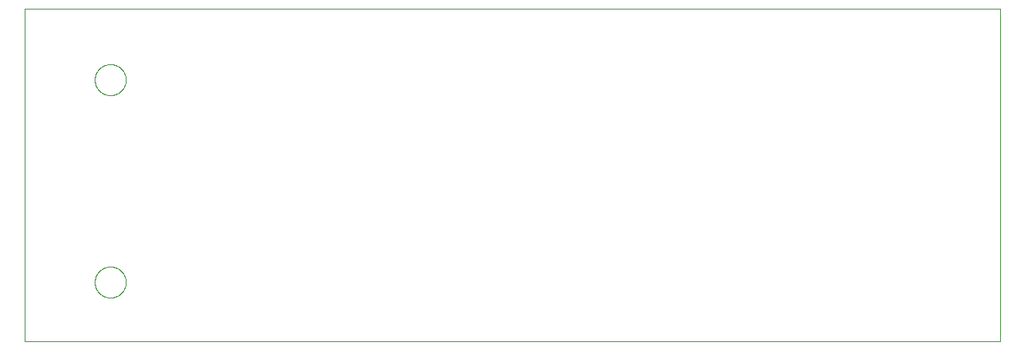
<source format=gko>
G75*
%MOIN*%
%OFA0B0*%
%FSLAX25Y25*%
%IPPOS*%
%LPD*%
%AMOC8*
5,1,8,0,0,1.08239X$1,22.5*
%
%ADD10C,0.00000*%
D10*
X0001000Y0001000D02*
X0001000Y0140961D01*
X0409701Y0140961D01*
X0409701Y0001000D01*
X0001000Y0001000D01*
X0030500Y0026000D02*
X0030502Y0026161D01*
X0030508Y0026321D01*
X0030518Y0026482D01*
X0030532Y0026642D01*
X0030550Y0026802D01*
X0030571Y0026961D01*
X0030597Y0027120D01*
X0030627Y0027278D01*
X0030660Y0027435D01*
X0030698Y0027592D01*
X0030739Y0027747D01*
X0030784Y0027901D01*
X0030833Y0028054D01*
X0030886Y0028206D01*
X0030942Y0028357D01*
X0031003Y0028506D01*
X0031066Y0028654D01*
X0031134Y0028800D01*
X0031205Y0028944D01*
X0031279Y0029086D01*
X0031357Y0029227D01*
X0031439Y0029365D01*
X0031524Y0029502D01*
X0031612Y0029636D01*
X0031704Y0029768D01*
X0031799Y0029898D01*
X0031897Y0030026D01*
X0031998Y0030151D01*
X0032102Y0030273D01*
X0032209Y0030393D01*
X0032319Y0030510D01*
X0032432Y0030625D01*
X0032548Y0030736D01*
X0032667Y0030845D01*
X0032788Y0030950D01*
X0032912Y0031053D01*
X0033038Y0031153D01*
X0033166Y0031249D01*
X0033297Y0031342D01*
X0033431Y0031432D01*
X0033566Y0031519D01*
X0033704Y0031602D01*
X0033843Y0031682D01*
X0033985Y0031758D01*
X0034128Y0031831D01*
X0034273Y0031900D01*
X0034420Y0031966D01*
X0034568Y0032028D01*
X0034718Y0032086D01*
X0034869Y0032141D01*
X0035022Y0032192D01*
X0035176Y0032239D01*
X0035331Y0032282D01*
X0035487Y0032321D01*
X0035643Y0032357D01*
X0035801Y0032388D01*
X0035959Y0032416D01*
X0036118Y0032440D01*
X0036278Y0032460D01*
X0036438Y0032476D01*
X0036598Y0032488D01*
X0036759Y0032496D01*
X0036920Y0032500D01*
X0037080Y0032500D01*
X0037241Y0032496D01*
X0037402Y0032488D01*
X0037562Y0032476D01*
X0037722Y0032460D01*
X0037882Y0032440D01*
X0038041Y0032416D01*
X0038199Y0032388D01*
X0038357Y0032357D01*
X0038513Y0032321D01*
X0038669Y0032282D01*
X0038824Y0032239D01*
X0038978Y0032192D01*
X0039131Y0032141D01*
X0039282Y0032086D01*
X0039432Y0032028D01*
X0039580Y0031966D01*
X0039727Y0031900D01*
X0039872Y0031831D01*
X0040015Y0031758D01*
X0040157Y0031682D01*
X0040296Y0031602D01*
X0040434Y0031519D01*
X0040569Y0031432D01*
X0040703Y0031342D01*
X0040834Y0031249D01*
X0040962Y0031153D01*
X0041088Y0031053D01*
X0041212Y0030950D01*
X0041333Y0030845D01*
X0041452Y0030736D01*
X0041568Y0030625D01*
X0041681Y0030510D01*
X0041791Y0030393D01*
X0041898Y0030273D01*
X0042002Y0030151D01*
X0042103Y0030026D01*
X0042201Y0029898D01*
X0042296Y0029768D01*
X0042388Y0029636D01*
X0042476Y0029502D01*
X0042561Y0029365D01*
X0042643Y0029227D01*
X0042721Y0029086D01*
X0042795Y0028944D01*
X0042866Y0028800D01*
X0042934Y0028654D01*
X0042997Y0028506D01*
X0043058Y0028357D01*
X0043114Y0028206D01*
X0043167Y0028054D01*
X0043216Y0027901D01*
X0043261Y0027747D01*
X0043302Y0027592D01*
X0043340Y0027435D01*
X0043373Y0027278D01*
X0043403Y0027120D01*
X0043429Y0026961D01*
X0043450Y0026802D01*
X0043468Y0026642D01*
X0043482Y0026482D01*
X0043492Y0026321D01*
X0043498Y0026161D01*
X0043500Y0026000D01*
X0043498Y0025839D01*
X0043492Y0025679D01*
X0043482Y0025518D01*
X0043468Y0025358D01*
X0043450Y0025198D01*
X0043429Y0025039D01*
X0043403Y0024880D01*
X0043373Y0024722D01*
X0043340Y0024565D01*
X0043302Y0024408D01*
X0043261Y0024253D01*
X0043216Y0024099D01*
X0043167Y0023946D01*
X0043114Y0023794D01*
X0043058Y0023643D01*
X0042997Y0023494D01*
X0042934Y0023346D01*
X0042866Y0023200D01*
X0042795Y0023056D01*
X0042721Y0022914D01*
X0042643Y0022773D01*
X0042561Y0022635D01*
X0042476Y0022498D01*
X0042388Y0022364D01*
X0042296Y0022232D01*
X0042201Y0022102D01*
X0042103Y0021974D01*
X0042002Y0021849D01*
X0041898Y0021727D01*
X0041791Y0021607D01*
X0041681Y0021490D01*
X0041568Y0021375D01*
X0041452Y0021264D01*
X0041333Y0021155D01*
X0041212Y0021050D01*
X0041088Y0020947D01*
X0040962Y0020847D01*
X0040834Y0020751D01*
X0040703Y0020658D01*
X0040569Y0020568D01*
X0040434Y0020481D01*
X0040296Y0020398D01*
X0040157Y0020318D01*
X0040015Y0020242D01*
X0039872Y0020169D01*
X0039727Y0020100D01*
X0039580Y0020034D01*
X0039432Y0019972D01*
X0039282Y0019914D01*
X0039131Y0019859D01*
X0038978Y0019808D01*
X0038824Y0019761D01*
X0038669Y0019718D01*
X0038513Y0019679D01*
X0038357Y0019643D01*
X0038199Y0019612D01*
X0038041Y0019584D01*
X0037882Y0019560D01*
X0037722Y0019540D01*
X0037562Y0019524D01*
X0037402Y0019512D01*
X0037241Y0019504D01*
X0037080Y0019500D01*
X0036920Y0019500D01*
X0036759Y0019504D01*
X0036598Y0019512D01*
X0036438Y0019524D01*
X0036278Y0019540D01*
X0036118Y0019560D01*
X0035959Y0019584D01*
X0035801Y0019612D01*
X0035643Y0019643D01*
X0035487Y0019679D01*
X0035331Y0019718D01*
X0035176Y0019761D01*
X0035022Y0019808D01*
X0034869Y0019859D01*
X0034718Y0019914D01*
X0034568Y0019972D01*
X0034420Y0020034D01*
X0034273Y0020100D01*
X0034128Y0020169D01*
X0033985Y0020242D01*
X0033843Y0020318D01*
X0033704Y0020398D01*
X0033566Y0020481D01*
X0033431Y0020568D01*
X0033297Y0020658D01*
X0033166Y0020751D01*
X0033038Y0020847D01*
X0032912Y0020947D01*
X0032788Y0021050D01*
X0032667Y0021155D01*
X0032548Y0021264D01*
X0032432Y0021375D01*
X0032319Y0021490D01*
X0032209Y0021607D01*
X0032102Y0021727D01*
X0031998Y0021849D01*
X0031897Y0021974D01*
X0031799Y0022102D01*
X0031704Y0022232D01*
X0031612Y0022364D01*
X0031524Y0022498D01*
X0031439Y0022635D01*
X0031357Y0022773D01*
X0031279Y0022914D01*
X0031205Y0023056D01*
X0031134Y0023200D01*
X0031066Y0023346D01*
X0031003Y0023494D01*
X0030942Y0023643D01*
X0030886Y0023794D01*
X0030833Y0023946D01*
X0030784Y0024099D01*
X0030739Y0024253D01*
X0030698Y0024408D01*
X0030660Y0024565D01*
X0030627Y0024722D01*
X0030597Y0024880D01*
X0030571Y0025039D01*
X0030550Y0025198D01*
X0030532Y0025358D01*
X0030518Y0025518D01*
X0030508Y0025679D01*
X0030502Y0025839D01*
X0030500Y0026000D01*
X0030500Y0111000D02*
X0030502Y0111161D01*
X0030508Y0111321D01*
X0030518Y0111482D01*
X0030532Y0111642D01*
X0030550Y0111802D01*
X0030571Y0111961D01*
X0030597Y0112120D01*
X0030627Y0112278D01*
X0030660Y0112435D01*
X0030698Y0112592D01*
X0030739Y0112747D01*
X0030784Y0112901D01*
X0030833Y0113054D01*
X0030886Y0113206D01*
X0030942Y0113357D01*
X0031003Y0113506D01*
X0031066Y0113654D01*
X0031134Y0113800D01*
X0031205Y0113944D01*
X0031279Y0114086D01*
X0031357Y0114227D01*
X0031439Y0114365D01*
X0031524Y0114502D01*
X0031612Y0114636D01*
X0031704Y0114768D01*
X0031799Y0114898D01*
X0031897Y0115026D01*
X0031998Y0115151D01*
X0032102Y0115273D01*
X0032209Y0115393D01*
X0032319Y0115510D01*
X0032432Y0115625D01*
X0032548Y0115736D01*
X0032667Y0115845D01*
X0032788Y0115950D01*
X0032912Y0116053D01*
X0033038Y0116153D01*
X0033166Y0116249D01*
X0033297Y0116342D01*
X0033431Y0116432D01*
X0033566Y0116519D01*
X0033704Y0116602D01*
X0033843Y0116682D01*
X0033985Y0116758D01*
X0034128Y0116831D01*
X0034273Y0116900D01*
X0034420Y0116966D01*
X0034568Y0117028D01*
X0034718Y0117086D01*
X0034869Y0117141D01*
X0035022Y0117192D01*
X0035176Y0117239D01*
X0035331Y0117282D01*
X0035487Y0117321D01*
X0035643Y0117357D01*
X0035801Y0117388D01*
X0035959Y0117416D01*
X0036118Y0117440D01*
X0036278Y0117460D01*
X0036438Y0117476D01*
X0036598Y0117488D01*
X0036759Y0117496D01*
X0036920Y0117500D01*
X0037080Y0117500D01*
X0037241Y0117496D01*
X0037402Y0117488D01*
X0037562Y0117476D01*
X0037722Y0117460D01*
X0037882Y0117440D01*
X0038041Y0117416D01*
X0038199Y0117388D01*
X0038357Y0117357D01*
X0038513Y0117321D01*
X0038669Y0117282D01*
X0038824Y0117239D01*
X0038978Y0117192D01*
X0039131Y0117141D01*
X0039282Y0117086D01*
X0039432Y0117028D01*
X0039580Y0116966D01*
X0039727Y0116900D01*
X0039872Y0116831D01*
X0040015Y0116758D01*
X0040157Y0116682D01*
X0040296Y0116602D01*
X0040434Y0116519D01*
X0040569Y0116432D01*
X0040703Y0116342D01*
X0040834Y0116249D01*
X0040962Y0116153D01*
X0041088Y0116053D01*
X0041212Y0115950D01*
X0041333Y0115845D01*
X0041452Y0115736D01*
X0041568Y0115625D01*
X0041681Y0115510D01*
X0041791Y0115393D01*
X0041898Y0115273D01*
X0042002Y0115151D01*
X0042103Y0115026D01*
X0042201Y0114898D01*
X0042296Y0114768D01*
X0042388Y0114636D01*
X0042476Y0114502D01*
X0042561Y0114365D01*
X0042643Y0114227D01*
X0042721Y0114086D01*
X0042795Y0113944D01*
X0042866Y0113800D01*
X0042934Y0113654D01*
X0042997Y0113506D01*
X0043058Y0113357D01*
X0043114Y0113206D01*
X0043167Y0113054D01*
X0043216Y0112901D01*
X0043261Y0112747D01*
X0043302Y0112592D01*
X0043340Y0112435D01*
X0043373Y0112278D01*
X0043403Y0112120D01*
X0043429Y0111961D01*
X0043450Y0111802D01*
X0043468Y0111642D01*
X0043482Y0111482D01*
X0043492Y0111321D01*
X0043498Y0111161D01*
X0043500Y0111000D01*
X0043498Y0110839D01*
X0043492Y0110679D01*
X0043482Y0110518D01*
X0043468Y0110358D01*
X0043450Y0110198D01*
X0043429Y0110039D01*
X0043403Y0109880D01*
X0043373Y0109722D01*
X0043340Y0109565D01*
X0043302Y0109408D01*
X0043261Y0109253D01*
X0043216Y0109099D01*
X0043167Y0108946D01*
X0043114Y0108794D01*
X0043058Y0108643D01*
X0042997Y0108494D01*
X0042934Y0108346D01*
X0042866Y0108200D01*
X0042795Y0108056D01*
X0042721Y0107914D01*
X0042643Y0107773D01*
X0042561Y0107635D01*
X0042476Y0107498D01*
X0042388Y0107364D01*
X0042296Y0107232D01*
X0042201Y0107102D01*
X0042103Y0106974D01*
X0042002Y0106849D01*
X0041898Y0106727D01*
X0041791Y0106607D01*
X0041681Y0106490D01*
X0041568Y0106375D01*
X0041452Y0106264D01*
X0041333Y0106155D01*
X0041212Y0106050D01*
X0041088Y0105947D01*
X0040962Y0105847D01*
X0040834Y0105751D01*
X0040703Y0105658D01*
X0040569Y0105568D01*
X0040434Y0105481D01*
X0040296Y0105398D01*
X0040157Y0105318D01*
X0040015Y0105242D01*
X0039872Y0105169D01*
X0039727Y0105100D01*
X0039580Y0105034D01*
X0039432Y0104972D01*
X0039282Y0104914D01*
X0039131Y0104859D01*
X0038978Y0104808D01*
X0038824Y0104761D01*
X0038669Y0104718D01*
X0038513Y0104679D01*
X0038357Y0104643D01*
X0038199Y0104612D01*
X0038041Y0104584D01*
X0037882Y0104560D01*
X0037722Y0104540D01*
X0037562Y0104524D01*
X0037402Y0104512D01*
X0037241Y0104504D01*
X0037080Y0104500D01*
X0036920Y0104500D01*
X0036759Y0104504D01*
X0036598Y0104512D01*
X0036438Y0104524D01*
X0036278Y0104540D01*
X0036118Y0104560D01*
X0035959Y0104584D01*
X0035801Y0104612D01*
X0035643Y0104643D01*
X0035487Y0104679D01*
X0035331Y0104718D01*
X0035176Y0104761D01*
X0035022Y0104808D01*
X0034869Y0104859D01*
X0034718Y0104914D01*
X0034568Y0104972D01*
X0034420Y0105034D01*
X0034273Y0105100D01*
X0034128Y0105169D01*
X0033985Y0105242D01*
X0033843Y0105318D01*
X0033704Y0105398D01*
X0033566Y0105481D01*
X0033431Y0105568D01*
X0033297Y0105658D01*
X0033166Y0105751D01*
X0033038Y0105847D01*
X0032912Y0105947D01*
X0032788Y0106050D01*
X0032667Y0106155D01*
X0032548Y0106264D01*
X0032432Y0106375D01*
X0032319Y0106490D01*
X0032209Y0106607D01*
X0032102Y0106727D01*
X0031998Y0106849D01*
X0031897Y0106974D01*
X0031799Y0107102D01*
X0031704Y0107232D01*
X0031612Y0107364D01*
X0031524Y0107498D01*
X0031439Y0107635D01*
X0031357Y0107773D01*
X0031279Y0107914D01*
X0031205Y0108056D01*
X0031134Y0108200D01*
X0031066Y0108346D01*
X0031003Y0108494D01*
X0030942Y0108643D01*
X0030886Y0108794D01*
X0030833Y0108946D01*
X0030784Y0109099D01*
X0030739Y0109253D01*
X0030698Y0109408D01*
X0030660Y0109565D01*
X0030627Y0109722D01*
X0030597Y0109880D01*
X0030571Y0110039D01*
X0030550Y0110198D01*
X0030532Y0110358D01*
X0030518Y0110518D01*
X0030508Y0110679D01*
X0030502Y0110839D01*
X0030500Y0111000D01*
M02*

</source>
